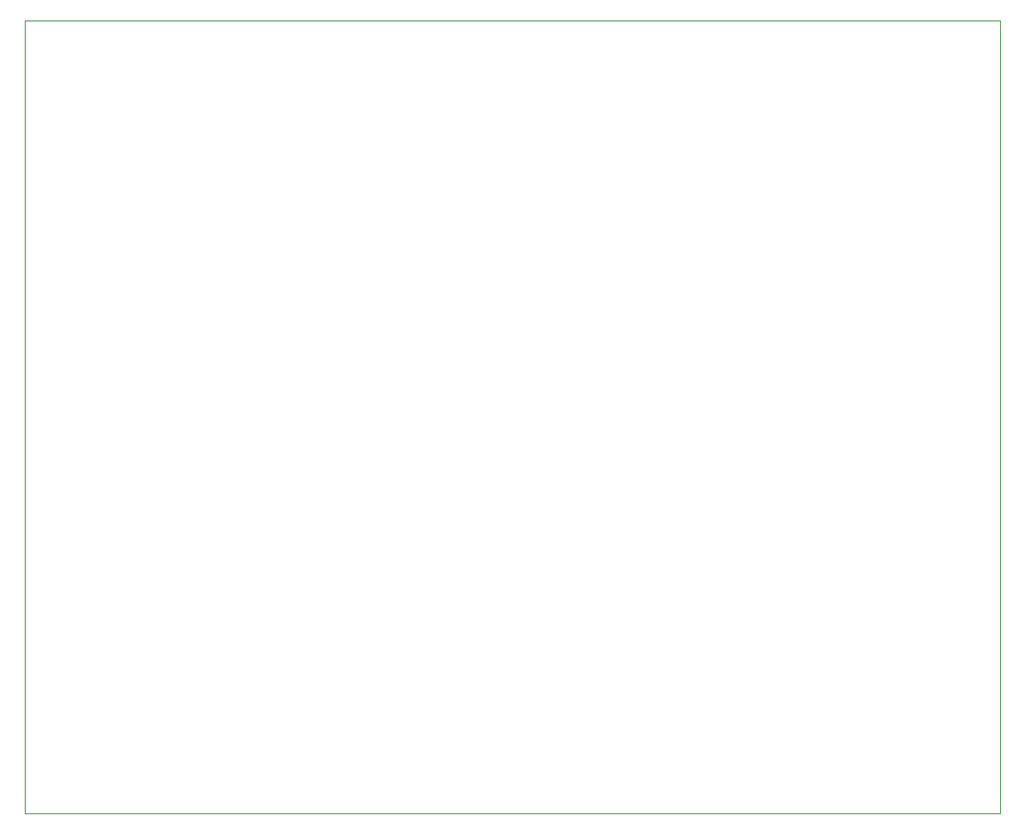
<source format=gbr>
%TF.GenerationSoftware,KiCad,Pcbnew,(5.1.9-0-10_14)*%
%TF.CreationDate,2021-06-04T12:52:24-04:00*%
%TF.ProjectId,CLOCK,434c4f43-4b2e-46b6-9963-61645f706362,rev?*%
%TF.SameCoordinates,Original*%
%TF.FileFunction,Profile,NP*%
%FSLAX46Y46*%
G04 Gerber Fmt 4.6, Leading zero omitted, Abs format (unit mm)*
G04 Created by KiCad (PCBNEW (5.1.9-0-10_14)) date 2021-06-04 12:52:24*
%MOMM*%
%LPD*%
G01*
G04 APERTURE LIST*
%TA.AperFunction,Profile*%
%ADD10C,0.050000*%
%TD*%
G04 APERTURE END LIST*
D10*
X160020000Y-23876000D02*
X160020000Y-25400000D01*
X63500000Y-25400000D02*
X63500000Y-23876000D01*
X160020000Y-25400000D02*
X160020000Y-28194000D01*
X63500000Y-25400000D02*
X63500000Y-28194000D01*
X63500000Y-23876000D02*
X67310000Y-23876000D01*
X63500000Y-102362000D02*
X63500000Y-28194000D01*
X160020000Y-102362000D02*
X63500000Y-102362000D01*
X160020000Y-28194000D02*
X160020000Y-102362000D01*
X67310000Y-23876000D02*
X160020000Y-23876000D01*
M02*

</source>
